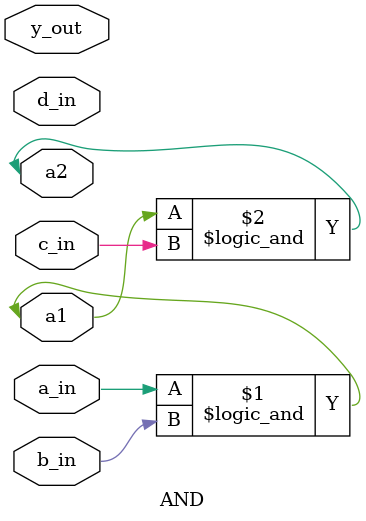
<source format=v>
`timescale 1ns / 1ps


module AND(
    input a_in,
    input b_in,
    input c_in,
    input d_in,
    input y_out,
    inout a1,a2
    );
    
    assign a1 = a_in && b_in;
    assign a2 = a1 && c_in;
    assign y_out = a2 && d_in;
endmodule

</source>
